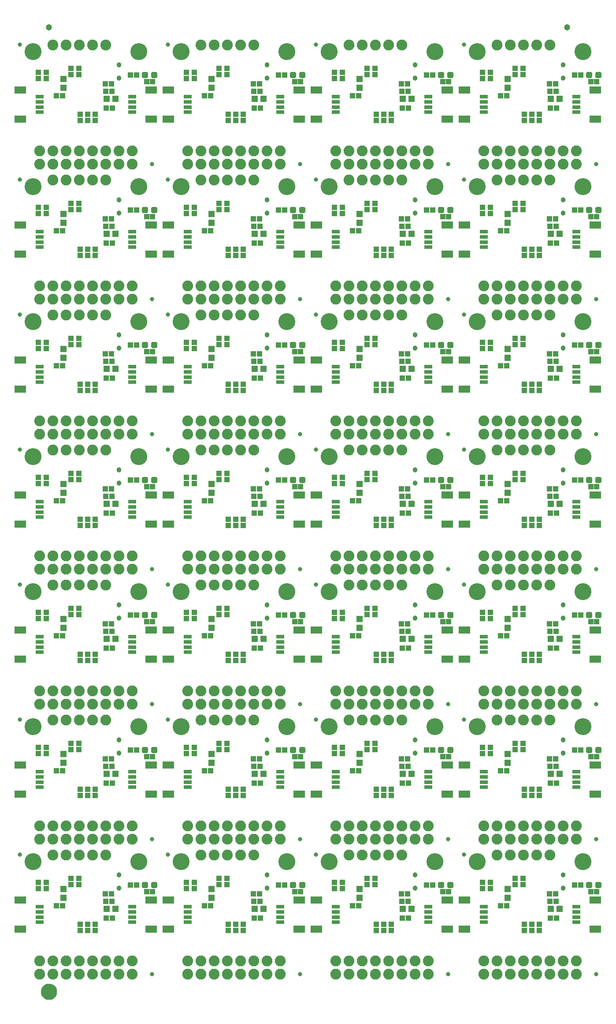
<source format=gbs>
G75*
%MOIN*%
%OFA0B0*%
%FSLAX25Y25*%
%IPPOS*%
%LPD*%
%AMOC8*
5,1,8,0,0,1.08239X$1,22.5*
%
%ADD10R,0.08674X0.05524*%
%ADD11R,0.06115X0.03162*%
%ADD12C,0.08200*%
%ADD13C,0.12800*%
%ADD14C,0.03300*%
%ADD15R,0.04343X0.04146*%
%ADD16R,0.04146X0.04343*%
%ADD17R,0.05131X0.04737*%
%ADD18C,0.01990*%
%ADD19C,0.03800*%
%ADD20R,0.04737X0.05131*%
%ADD21C,0.04737*%
%ADD22C,0.05000*%
%ADD23C,0.06706*%
D10*
X0048873Y0067726D03*
X0048873Y0089774D03*
X0048873Y0169726D03*
X0048873Y0191774D03*
X0048873Y0271726D03*
X0048873Y0293774D03*
X0048873Y0373726D03*
X0048873Y0395774D03*
X0048873Y0475726D03*
X0048873Y0497774D03*
X0048873Y0577726D03*
X0048873Y0599774D03*
X0048873Y0679726D03*
X0048873Y0701774D03*
X0147810Y0701774D03*
X0160873Y0701774D03*
X0160873Y0679726D03*
X0147810Y0679726D03*
X0147810Y0599774D03*
X0160873Y0599774D03*
X0160873Y0577726D03*
X0147810Y0577726D03*
X0147810Y0497774D03*
X0160873Y0497774D03*
X0160873Y0475726D03*
X0147810Y0475726D03*
X0147810Y0395774D03*
X0147810Y0373726D03*
X0160873Y0373726D03*
X0160873Y0395774D03*
X0160873Y0293774D03*
X0147810Y0293774D03*
X0147810Y0271726D03*
X0160873Y0271726D03*
X0160873Y0191774D03*
X0147810Y0191774D03*
X0147810Y0169726D03*
X0160873Y0169726D03*
X0160873Y0089774D03*
X0147810Y0089774D03*
X0147810Y0067726D03*
X0160873Y0067726D03*
X0259810Y0067726D03*
X0272873Y0067726D03*
X0272873Y0089774D03*
X0259810Y0089774D03*
X0259810Y0169726D03*
X0272873Y0169726D03*
X0272873Y0191774D03*
X0259810Y0191774D03*
X0259810Y0271726D03*
X0272873Y0271726D03*
X0272873Y0293774D03*
X0259810Y0293774D03*
X0259810Y0373726D03*
X0259810Y0395774D03*
X0272873Y0395774D03*
X0272873Y0373726D03*
X0272873Y0475726D03*
X0259810Y0475726D03*
X0259810Y0497774D03*
X0272873Y0497774D03*
X0272873Y0577726D03*
X0259810Y0577726D03*
X0259810Y0599774D03*
X0272873Y0599774D03*
X0272873Y0679726D03*
X0259810Y0679726D03*
X0259810Y0701774D03*
X0272873Y0701774D03*
X0371810Y0701774D03*
X0384873Y0701774D03*
X0384873Y0679726D03*
X0371810Y0679726D03*
X0371810Y0599774D03*
X0384873Y0599774D03*
X0384873Y0577726D03*
X0371810Y0577726D03*
X0371810Y0497774D03*
X0384873Y0497774D03*
X0384873Y0475726D03*
X0371810Y0475726D03*
X0371810Y0395774D03*
X0384873Y0395774D03*
X0384873Y0373726D03*
X0371810Y0373726D03*
X0371810Y0293774D03*
X0384873Y0293774D03*
X0384873Y0271726D03*
X0371810Y0271726D03*
X0371810Y0191774D03*
X0384873Y0191774D03*
X0384873Y0169726D03*
X0371810Y0169726D03*
X0371810Y0089774D03*
X0384873Y0089774D03*
X0384873Y0067726D03*
X0371810Y0067726D03*
X0483810Y0067726D03*
X0483810Y0089774D03*
X0483810Y0169726D03*
X0483810Y0191774D03*
X0483810Y0271726D03*
X0483810Y0293774D03*
X0483810Y0373726D03*
X0483810Y0395774D03*
X0483810Y0475726D03*
X0483810Y0497774D03*
X0483810Y0577726D03*
X0483810Y0599774D03*
X0483810Y0679726D03*
X0483810Y0701774D03*
D11*
X0469342Y0696656D03*
X0469342Y0692719D03*
X0469342Y0688781D03*
X0469342Y0684844D03*
X0469342Y0594656D03*
X0469342Y0590719D03*
X0469342Y0586781D03*
X0469342Y0582844D03*
X0399342Y0582844D03*
X0399342Y0586781D03*
X0399342Y0590719D03*
X0399342Y0594656D03*
X0357342Y0594656D03*
X0357342Y0590719D03*
X0357342Y0586781D03*
X0357342Y0582844D03*
X0287342Y0582844D03*
X0287342Y0586781D03*
X0287342Y0590719D03*
X0287342Y0594656D03*
X0245342Y0594656D03*
X0245342Y0590719D03*
X0245342Y0586781D03*
X0245342Y0582844D03*
X0175342Y0582844D03*
X0175342Y0586781D03*
X0175342Y0590719D03*
X0175342Y0594656D03*
X0133342Y0594656D03*
X0133342Y0590719D03*
X0133342Y0586781D03*
X0133342Y0582844D03*
X0063342Y0582844D03*
X0063342Y0586781D03*
X0063342Y0590719D03*
X0063342Y0594656D03*
X0063342Y0684844D03*
X0063342Y0688781D03*
X0063342Y0692719D03*
X0063342Y0696656D03*
X0133342Y0696656D03*
X0133342Y0692719D03*
X0133342Y0688781D03*
X0133342Y0684844D03*
X0175342Y0684844D03*
X0175342Y0688781D03*
X0175342Y0692719D03*
X0175342Y0696656D03*
X0245342Y0696656D03*
X0245342Y0692719D03*
X0245342Y0688781D03*
X0245342Y0684844D03*
X0287342Y0684844D03*
X0287342Y0688781D03*
X0287342Y0692719D03*
X0287342Y0696656D03*
X0357342Y0696656D03*
X0357342Y0692719D03*
X0357342Y0688781D03*
X0357342Y0684844D03*
X0399342Y0684844D03*
X0399342Y0688781D03*
X0399342Y0692719D03*
X0399342Y0696656D03*
X0399342Y0492656D03*
X0399342Y0488719D03*
X0399342Y0484781D03*
X0399342Y0480844D03*
X0357342Y0480844D03*
X0357342Y0484781D03*
X0357342Y0488719D03*
X0357342Y0492656D03*
X0287342Y0492656D03*
X0287342Y0488719D03*
X0287342Y0484781D03*
X0287342Y0480844D03*
X0245342Y0480844D03*
X0245342Y0484781D03*
X0245342Y0488719D03*
X0245342Y0492656D03*
X0175342Y0492656D03*
X0175342Y0488719D03*
X0175342Y0484781D03*
X0175342Y0480844D03*
X0133342Y0480844D03*
X0133342Y0484781D03*
X0133342Y0488719D03*
X0133342Y0492656D03*
X0063342Y0492656D03*
X0063342Y0488719D03*
X0063342Y0484781D03*
X0063342Y0480844D03*
X0063342Y0390656D03*
X0063342Y0386719D03*
X0063342Y0382781D03*
X0063342Y0378844D03*
X0063342Y0288656D03*
X0063342Y0284719D03*
X0063342Y0280781D03*
X0063342Y0276844D03*
X0063342Y0186656D03*
X0063342Y0182719D03*
X0063342Y0178781D03*
X0063342Y0174844D03*
X0063342Y0084656D03*
X0063342Y0080719D03*
X0063342Y0076781D03*
X0063342Y0072844D03*
X0133342Y0072844D03*
X0133342Y0076781D03*
X0133342Y0080719D03*
X0133342Y0084656D03*
X0175342Y0084656D03*
X0175342Y0080719D03*
X0175342Y0076781D03*
X0175342Y0072844D03*
X0245342Y0072844D03*
X0245342Y0076781D03*
X0245342Y0080719D03*
X0245342Y0084656D03*
X0287342Y0084656D03*
X0287342Y0080719D03*
X0287342Y0076781D03*
X0287342Y0072844D03*
X0357342Y0072844D03*
X0357342Y0076781D03*
X0357342Y0080719D03*
X0357342Y0084656D03*
X0399342Y0084656D03*
X0399342Y0080719D03*
X0399342Y0076781D03*
X0399342Y0072844D03*
X0469342Y0072844D03*
X0469342Y0076781D03*
X0469342Y0080719D03*
X0469342Y0084656D03*
X0469342Y0174844D03*
X0469342Y0178781D03*
X0469342Y0182719D03*
X0469342Y0186656D03*
X0469342Y0276844D03*
X0469342Y0280781D03*
X0469342Y0284719D03*
X0469342Y0288656D03*
X0469342Y0378844D03*
X0469342Y0382781D03*
X0469342Y0386719D03*
X0469342Y0390656D03*
X0469342Y0480844D03*
X0469342Y0484781D03*
X0469342Y0488719D03*
X0469342Y0492656D03*
X0399342Y0390656D03*
X0399342Y0386719D03*
X0399342Y0382781D03*
X0399342Y0378844D03*
X0357342Y0378844D03*
X0357342Y0382781D03*
X0357342Y0386719D03*
X0357342Y0390656D03*
X0287342Y0390656D03*
X0287342Y0386719D03*
X0287342Y0382781D03*
X0287342Y0378844D03*
X0245342Y0378844D03*
X0245342Y0382781D03*
X0245342Y0386719D03*
X0245342Y0390656D03*
X0175342Y0390656D03*
X0175342Y0386719D03*
X0175342Y0382781D03*
X0175342Y0378844D03*
X0133342Y0378844D03*
X0133342Y0382781D03*
X0133342Y0386719D03*
X0133342Y0390656D03*
X0133342Y0288656D03*
X0133342Y0284719D03*
X0133342Y0280781D03*
X0133342Y0276844D03*
X0175342Y0276844D03*
X0175342Y0280781D03*
X0175342Y0284719D03*
X0175342Y0288656D03*
X0245342Y0288656D03*
X0245342Y0284719D03*
X0245342Y0280781D03*
X0245342Y0276844D03*
X0287342Y0276844D03*
X0287342Y0280781D03*
X0287342Y0284719D03*
X0287342Y0288656D03*
X0357342Y0288656D03*
X0357342Y0284719D03*
X0357342Y0280781D03*
X0357342Y0276844D03*
X0399342Y0276844D03*
X0399342Y0280781D03*
X0399342Y0284719D03*
X0399342Y0288656D03*
X0399342Y0186656D03*
X0399342Y0182719D03*
X0399342Y0178781D03*
X0399342Y0174844D03*
X0357342Y0174844D03*
X0357342Y0178781D03*
X0357342Y0182719D03*
X0357342Y0186656D03*
X0287342Y0186656D03*
X0287342Y0182719D03*
X0287342Y0178781D03*
X0287342Y0174844D03*
X0245342Y0174844D03*
X0245342Y0178781D03*
X0245342Y0182719D03*
X0245342Y0186656D03*
X0175342Y0186656D03*
X0175342Y0182719D03*
X0175342Y0178781D03*
X0175342Y0174844D03*
X0133342Y0174844D03*
X0133342Y0178781D03*
X0133342Y0182719D03*
X0133342Y0186656D03*
D12*
X0113342Y0225750D03*
X0103342Y0225750D03*
X0093342Y0225750D03*
X0083342Y0225750D03*
X0073342Y0225750D03*
X0073342Y0237750D03*
X0073342Y0247750D03*
X0083342Y0247750D03*
X0093342Y0247750D03*
X0093342Y0237750D03*
X0083342Y0237750D03*
X0103342Y0237750D03*
X0103342Y0247750D03*
X0113342Y0247750D03*
X0123342Y0247750D03*
X0123342Y0237750D03*
X0113342Y0237750D03*
X0133342Y0237750D03*
X0133342Y0247750D03*
X0175342Y0247750D03*
X0175342Y0237750D03*
X0185342Y0237750D03*
X0195342Y0237750D03*
X0195342Y0247750D03*
X0185342Y0247750D03*
X0205342Y0247750D03*
X0205342Y0237750D03*
X0215342Y0237750D03*
X0215342Y0247750D03*
X0225342Y0247750D03*
X0235342Y0247750D03*
X0235342Y0237750D03*
X0225342Y0237750D03*
X0225342Y0225750D03*
X0215342Y0225750D03*
X0205342Y0225750D03*
X0195342Y0225750D03*
X0185342Y0225750D03*
X0185342Y0145750D03*
X0195342Y0145750D03*
X0205342Y0145750D03*
X0215342Y0145750D03*
X0225342Y0145750D03*
X0235342Y0145750D03*
X0245342Y0145750D03*
X0245342Y0135750D03*
X0235342Y0135750D03*
X0225342Y0135750D03*
X0225342Y0123750D03*
X0215342Y0123750D03*
X0215342Y0135750D03*
X0205342Y0135750D03*
X0205342Y0123750D03*
X0195342Y0123750D03*
X0185342Y0123750D03*
X0185342Y0135750D03*
X0195342Y0135750D03*
X0175342Y0135750D03*
X0175342Y0145750D03*
X0133342Y0145750D03*
X0133342Y0135750D03*
X0123342Y0135750D03*
X0113342Y0135750D03*
X0113342Y0123750D03*
X0103342Y0123750D03*
X0103342Y0135750D03*
X0103342Y0145750D03*
X0113342Y0145750D03*
X0123342Y0145750D03*
X0093342Y0145750D03*
X0083342Y0145750D03*
X0083342Y0135750D03*
X0093342Y0135750D03*
X0093342Y0123750D03*
X0083342Y0123750D03*
X0073342Y0123750D03*
X0073342Y0135750D03*
X0073342Y0145750D03*
X0063342Y0145750D03*
X0063342Y0135750D03*
X0063342Y0043750D03*
X0063342Y0033750D03*
X0073342Y0033750D03*
X0073342Y0043750D03*
X0083342Y0043750D03*
X0093342Y0043750D03*
X0093342Y0033750D03*
X0083342Y0033750D03*
X0103342Y0033750D03*
X0103342Y0043750D03*
X0113342Y0043750D03*
X0123342Y0043750D03*
X0123342Y0033750D03*
X0113342Y0033750D03*
X0133342Y0033750D03*
X0133342Y0043750D03*
X0175342Y0043750D03*
X0175342Y0033750D03*
X0185342Y0033750D03*
X0195342Y0033750D03*
X0195342Y0043750D03*
X0185342Y0043750D03*
X0205342Y0043750D03*
X0205342Y0033750D03*
X0215342Y0033750D03*
X0215342Y0043750D03*
X0225342Y0043750D03*
X0235342Y0043750D03*
X0235342Y0033750D03*
X0225342Y0033750D03*
X0245342Y0033750D03*
X0245342Y0043750D03*
X0287342Y0043750D03*
X0287342Y0033750D03*
X0297342Y0033750D03*
X0307342Y0033750D03*
X0307342Y0043750D03*
X0297342Y0043750D03*
X0317342Y0043750D03*
X0317342Y0033750D03*
X0327342Y0033750D03*
X0337342Y0033750D03*
X0337342Y0043750D03*
X0327342Y0043750D03*
X0347342Y0043750D03*
X0347342Y0033750D03*
X0357342Y0033750D03*
X0357342Y0043750D03*
X0399342Y0043750D03*
X0399342Y0033750D03*
X0409342Y0033750D03*
X0419342Y0033750D03*
X0419342Y0043750D03*
X0409342Y0043750D03*
X0429342Y0043750D03*
X0429342Y0033750D03*
X0439342Y0033750D03*
X0449342Y0033750D03*
X0449342Y0043750D03*
X0439342Y0043750D03*
X0459342Y0043750D03*
X0459342Y0033750D03*
X0469342Y0033750D03*
X0469342Y0043750D03*
X0449342Y0123750D03*
X0439342Y0123750D03*
X0439342Y0135750D03*
X0449342Y0135750D03*
X0459342Y0135750D03*
X0469342Y0135750D03*
X0469342Y0145750D03*
X0459342Y0145750D03*
X0449342Y0145750D03*
X0439342Y0145750D03*
X0429342Y0145750D03*
X0429342Y0135750D03*
X0429342Y0123750D03*
X0419342Y0123750D03*
X0409342Y0123750D03*
X0409342Y0135750D03*
X0419342Y0135750D03*
X0419342Y0145750D03*
X0409342Y0145750D03*
X0399342Y0145750D03*
X0399342Y0135750D03*
X0357342Y0135750D03*
X0357342Y0145750D03*
X0347342Y0145750D03*
X0347342Y0135750D03*
X0337342Y0135750D03*
X0327342Y0135750D03*
X0327342Y0123750D03*
X0337342Y0123750D03*
X0317342Y0123750D03*
X0317342Y0135750D03*
X0317342Y0145750D03*
X0327342Y0145750D03*
X0337342Y0145750D03*
X0307342Y0145750D03*
X0297342Y0145750D03*
X0297342Y0135750D03*
X0307342Y0135750D03*
X0307342Y0123750D03*
X0297342Y0123750D03*
X0287342Y0135750D03*
X0287342Y0145750D03*
X0297342Y0225750D03*
X0307342Y0225750D03*
X0317342Y0225750D03*
X0327342Y0225750D03*
X0337342Y0225750D03*
X0337342Y0237750D03*
X0337342Y0247750D03*
X0327342Y0247750D03*
X0327342Y0237750D03*
X0317342Y0237750D03*
X0317342Y0247750D03*
X0307342Y0247750D03*
X0307342Y0237750D03*
X0297342Y0237750D03*
X0297342Y0247750D03*
X0287342Y0247750D03*
X0287342Y0237750D03*
X0245342Y0237750D03*
X0245342Y0247750D03*
X0225342Y0327750D03*
X0225342Y0339750D03*
X0235342Y0339750D03*
X0245342Y0339750D03*
X0245342Y0349750D03*
X0235342Y0349750D03*
X0225342Y0349750D03*
X0215342Y0349750D03*
X0215342Y0339750D03*
X0215342Y0327750D03*
X0205342Y0327750D03*
X0205342Y0339750D03*
X0205342Y0349750D03*
X0195342Y0349750D03*
X0185342Y0349750D03*
X0185342Y0339750D03*
X0195342Y0339750D03*
X0195342Y0327750D03*
X0185342Y0327750D03*
X0175342Y0339750D03*
X0175342Y0349750D03*
X0133342Y0349750D03*
X0133342Y0339750D03*
X0123342Y0339750D03*
X0113342Y0339750D03*
X0113342Y0327750D03*
X0103342Y0327750D03*
X0103342Y0339750D03*
X0103342Y0349750D03*
X0113342Y0349750D03*
X0123342Y0349750D03*
X0093342Y0349750D03*
X0083342Y0349750D03*
X0083342Y0339750D03*
X0093342Y0339750D03*
X0093342Y0327750D03*
X0083342Y0327750D03*
X0073342Y0327750D03*
X0073342Y0339750D03*
X0073342Y0349750D03*
X0063342Y0349750D03*
X0063342Y0339750D03*
X0063342Y0247750D03*
X0063342Y0237750D03*
X0073342Y0429750D03*
X0073342Y0441750D03*
X0073342Y0451750D03*
X0083342Y0451750D03*
X0093342Y0451750D03*
X0093342Y0441750D03*
X0083342Y0441750D03*
X0083342Y0429750D03*
X0093342Y0429750D03*
X0103342Y0429750D03*
X0103342Y0441750D03*
X0103342Y0451750D03*
X0113342Y0451750D03*
X0123342Y0451750D03*
X0123342Y0441750D03*
X0113342Y0441750D03*
X0113342Y0429750D03*
X0133342Y0441750D03*
X0133342Y0451750D03*
X0175342Y0451750D03*
X0175342Y0441750D03*
X0185342Y0441750D03*
X0195342Y0441750D03*
X0195342Y0451750D03*
X0185342Y0451750D03*
X0185342Y0429750D03*
X0195342Y0429750D03*
X0205342Y0429750D03*
X0205342Y0441750D03*
X0205342Y0451750D03*
X0215342Y0451750D03*
X0215342Y0441750D03*
X0215342Y0429750D03*
X0225342Y0429750D03*
X0225342Y0441750D03*
X0235342Y0441750D03*
X0235342Y0451750D03*
X0225342Y0451750D03*
X0245342Y0451750D03*
X0245342Y0441750D03*
X0287342Y0441750D03*
X0287342Y0451750D03*
X0297342Y0451750D03*
X0307342Y0451750D03*
X0307342Y0441750D03*
X0297342Y0441750D03*
X0297342Y0429750D03*
X0307342Y0429750D03*
X0317342Y0429750D03*
X0317342Y0441750D03*
X0317342Y0451750D03*
X0327342Y0451750D03*
X0337342Y0451750D03*
X0337342Y0441750D03*
X0327342Y0441750D03*
X0327342Y0429750D03*
X0337342Y0429750D03*
X0347342Y0441750D03*
X0347342Y0451750D03*
X0357342Y0451750D03*
X0357342Y0441750D03*
X0399342Y0441750D03*
X0399342Y0451750D03*
X0409342Y0451750D03*
X0419342Y0451750D03*
X0419342Y0441750D03*
X0409342Y0441750D03*
X0409342Y0429750D03*
X0419342Y0429750D03*
X0429342Y0429750D03*
X0429342Y0441750D03*
X0429342Y0451750D03*
X0439342Y0451750D03*
X0449342Y0451750D03*
X0449342Y0441750D03*
X0439342Y0441750D03*
X0439342Y0429750D03*
X0449342Y0429750D03*
X0459342Y0441750D03*
X0459342Y0451750D03*
X0469342Y0451750D03*
X0469342Y0441750D03*
X0469342Y0349750D03*
X0469342Y0339750D03*
X0459342Y0339750D03*
X0459342Y0349750D03*
X0449342Y0349750D03*
X0439342Y0349750D03*
X0439342Y0339750D03*
X0449342Y0339750D03*
X0449342Y0327750D03*
X0439342Y0327750D03*
X0429342Y0327750D03*
X0429342Y0339750D03*
X0429342Y0349750D03*
X0419342Y0349750D03*
X0409342Y0349750D03*
X0409342Y0339750D03*
X0419342Y0339750D03*
X0419342Y0327750D03*
X0409342Y0327750D03*
X0399342Y0339750D03*
X0399342Y0349750D03*
X0357342Y0349750D03*
X0357342Y0339750D03*
X0347342Y0339750D03*
X0347342Y0349750D03*
X0337342Y0349750D03*
X0327342Y0349750D03*
X0327342Y0339750D03*
X0337342Y0339750D03*
X0337342Y0327750D03*
X0327342Y0327750D03*
X0317342Y0327750D03*
X0317342Y0339750D03*
X0317342Y0349750D03*
X0307342Y0349750D03*
X0297342Y0349750D03*
X0297342Y0339750D03*
X0307342Y0339750D03*
X0307342Y0327750D03*
X0297342Y0327750D03*
X0287342Y0339750D03*
X0287342Y0349750D03*
X0347342Y0247750D03*
X0347342Y0237750D03*
X0357342Y0237750D03*
X0357342Y0247750D03*
X0399342Y0247750D03*
X0399342Y0237750D03*
X0409342Y0237750D03*
X0419342Y0237750D03*
X0419342Y0247750D03*
X0409342Y0247750D03*
X0429342Y0247750D03*
X0429342Y0237750D03*
X0439342Y0237750D03*
X0449342Y0237750D03*
X0449342Y0247750D03*
X0439342Y0247750D03*
X0459342Y0247750D03*
X0459342Y0237750D03*
X0469342Y0237750D03*
X0469342Y0247750D03*
X0449342Y0225750D03*
X0439342Y0225750D03*
X0429342Y0225750D03*
X0419342Y0225750D03*
X0409342Y0225750D03*
X0409342Y0531750D03*
X0419342Y0531750D03*
X0429342Y0531750D03*
X0439342Y0531750D03*
X0449342Y0531750D03*
X0449342Y0543750D03*
X0449342Y0553750D03*
X0439342Y0553750D03*
X0439342Y0543750D03*
X0429342Y0543750D03*
X0429342Y0553750D03*
X0419342Y0553750D03*
X0419342Y0543750D03*
X0409342Y0543750D03*
X0409342Y0553750D03*
X0399342Y0553750D03*
X0399342Y0543750D03*
X0357342Y0543750D03*
X0357342Y0553750D03*
X0347342Y0553750D03*
X0347342Y0543750D03*
X0337342Y0543750D03*
X0337342Y0553750D03*
X0327342Y0553750D03*
X0327342Y0543750D03*
X0317342Y0543750D03*
X0317342Y0553750D03*
X0307342Y0553750D03*
X0307342Y0543750D03*
X0297342Y0543750D03*
X0297342Y0553750D03*
X0287342Y0553750D03*
X0287342Y0543750D03*
X0297342Y0531750D03*
X0307342Y0531750D03*
X0317342Y0531750D03*
X0327342Y0531750D03*
X0337342Y0531750D03*
X0337342Y0633750D03*
X0327342Y0633750D03*
X0327342Y0645750D03*
X0337342Y0645750D03*
X0347342Y0645750D03*
X0357342Y0645750D03*
X0357342Y0655750D03*
X0347342Y0655750D03*
X0337342Y0655750D03*
X0327342Y0655750D03*
X0317342Y0655750D03*
X0317342Y0645750D03*
X0317342Y0633750D03*
X0307342Y0633750D03*
X0297342Y0633750D03*
X0297342Y0645750D03*
X0307342Y0645750D03*
X0307342Y0655750D03*
X0297342Y0655750D03*
X0287342Y0655750D03*
X0287342Y0645750D03*
X0245342Y0645750D03*
X0245342Y0655750D03*
X0235342Y0655750D03*
X0225342Y0655750D03*
X0225342Y0645750D03*
X0235342Y0645750D03*
X0225342Y0633750D03*
X0215342Y0633750D03*
X0215342Y0645750D03*
X0215342Y0655750D03*
X0205342Y0655750D03*
X0205342Y0645750D03*
X0205342Y0633750D03*
X0195342Y0633750D03*
X0185342Y0633750D03*
X0185342Y0645750D03*
X0195342Y0645750D03*
X0195342Y0655750D03*
X0185342Y0655750D03*
X0175342Y0655750D03*
X0175342Y0645750D03*
X0133342Y0645750D03*
X0133342Y0655750D03*
X0123342Y0655750D03*
X0113342Y0655750D03*
X0113342Y0645750D03*
X0123342Y0645750D03*
X0113342Y0633750D03*
X0103342Y0633750D03*
X0103342Y0645750D03*
X0103342Y0655750D03*
X0093342Y0655750D03*
X0083342Y0655750D03*
X0083342Y0645750D03*
X0093342Y0645750D03*
X0093342Y0633750D03*
X0083342Y0633750D03*
X0073342Y0633750D03*
X0073342Y0645750D03*
X0073342Y0655750D03*
X0063342Y0655750D03*
X0063342Y0645750D03*
X0073342Y0735750D03*
X0083342Y0735750D03*
X0093342Y0735750D03*
X0103342Y0735750D03*
X0113342Y0735750D03*
X0185342Y0735750D03*
X0195342Y0735750D03*
X0205342Y0735750D03*
X0215342Y0735750D03*
X0225342Y0735750D03*
X0297342Y0735750D03*
X0307342Y0735750D03*
X0317342Y0735750D03*
X0327342Y0735750D03*
X0337342Y0735750D03*
X0399342Y0655750D03*
X0409342Y0655750D03*
X0419342Y0655750D03*
X0429342Y0655750D03*
X0439342Y0655750D03*
X0449342Y0655750D03*
X0459342Y0655750D03*
X0469342Y0655750D03*
X0469342Y0645750D03*
X0459342Y0645750D03*
X0449342Y0645750D03*
X0439342Y0645750D03*
X0439342Y0633750D03*
X0449342Y0633750D03*
X0429342Y0633750D03*
X0429342Y0645750D03*
X0419342Y0645750D03*
X0409342Y0645750D03*
X0409342Y0633750D03*
X0419342Y0633750D03*
X0399342Y0645750D03*
X0409342Y0735750D03*
X0419342Y0735750D03*
X0429342Y0735750D03*
X0439342Y0735750D03*
X0449342Y0735750D03*
X0459342Y0553750D03*
X0459342Y0543750D03*
X0469342Y0543750D03*
X0469342Y0553750D03*
X0245342Y0553750D03*
X0245342Y0543750D03*
X0235342Y0543750D03*
X0235342Y0553750D03*
X0225342Y0553750D03*
X0225342Y0543750D03*
X0215342Y0543750D03*
X0215342Y0553750D03*
X0205342Y0553750D03*
X0205342Y0543750D03*
X0195342Y0543750D03*
X0195342Y0553750D03*
X0185342Y0553750D03*
X0185342Y0543750D03*
X0175342Y0543750D03*
X0175342Y0553750D03*
X0185342Y0531750D03*
X0195342Y0531750D03*
X0205342Y0531750D03*
X0215342Y0531750D03*
X0225342Y0531750D03*
X0133342Y0543750D03*
X0133342Y0553750D03*
X0123342Y0553750D03*
X0123342Y0543750D03*
X0113342Y0543750D03*
X0113342Y0553750D03*
X0103342Y0553750D03*
X0103342Y0543750D03*
X0093342Y0543750D03*
X0093342Y0553750D03*
X0083342Y0553750D03*
X0083342Y0543750D03*
X0073342Y0543750D03*
X0073342Y0553750D03*
X0063342Y0553750D03*
X0063342Y0543750D03*
X0073342Y0531750D03*
X0083342Y0531750D03*
X0093342Y0531750D03*
X0103342Y0531750D03*
X0113342Y0531750D03*
X0063342Y0451750D03*
X0063342Y0441750D03*
D13*
X0058342Y0424750D03*
X0058342Y0322750D03*
X0058342Y0220750D03*
X0058342Y0118750D03*
X0138342Y0118750D03*
X0170342Y0118750D03*
X0170342Y0220750D03*
X0138342Y0220750D03*
X0138342Y0322750D03*
X0170342Y0322750D03*
X0170342Y0424750D03*
X0138342Y0424750D03*
X0138342Y0526750D03*
X0170342Y0526750D03*
X0170342Y0628750D03*
X0138342Y0628750D03*
X0138342Y0730750D03*
X0170342Y0730750D03*
X0250342Y0730750D03*
X0282342Y0730750D03*
X0282342Y0628750D03*
X0250342Y0628750D03*
X0250342Y0526750D03*
X0282342Y0526750D03*
X0282342Y0424750D03*
X0250342Y0424750D03*
X0250342Y0322750D03*
X0282342Y0322750D03*
X0282342Y0220750D03*
X0250342Y0220750D03*
X0250342Y0118750D03*
X0282342Y0118750D03*
X0362342Y0118750D03*
X0394342Y0118750D03*
X0394342Y0220750D03*
X0362342Y0220750D03*
X0362342Y0322750D03*
X0394342Y0322750D03*
X0394342Y0424750D03*
X0362342Y0424750D03*
X0362342Y0526750D03*
X0394342Y0526750D03*
X0394342Y0628750D03*
X0362342Y0628750D03*
X0362342Y0730750D03*
X0394342Y0730750D03*
X0474342Y0730750D03*
X0474342Y0628750D03*
X0474342Y0526750D03*
X0474342Y0424750D03*
X0474342Y0322750D03*
X0474342Y0220750D03*
X0474342Y0118750D03*
X0058342Y0526750D03*
X0058342Y0628750D03*
X0058342Y0730750D03*
D14*
X0048442Y0736050D03*
X0048442Y0634050D03*
X0048442Y0532050D03*
X0048442Y0430050D03*
X0048442Y0328050D03*
X0048442Y0226050D03*
X0048442Y0124050D03*
X0148342Y0135750D03*
X0160442Y0124050D03*
X0148342Y0033750D03*
X0260342Y0033750D03*
X0272442Y0124050D03*
X0260342Y0135750D03*
X0272442Y0226050D03*
X0260342Y0237750D03*
X0272442Y0328050D03*
X0260342Y0339750D03*
X0272442Y0430050D03*
X0260342Y0441750D03*
X0272442Y0532050D03*
X0260342Y0543750D03*
X0272442Y0634050D03*
X0260342Y0645750D03*
X0272442Y0736050D03*
X0372342Y0645750D03*
X0384442Y0634050D03*
X0372342Y0543750D03*
X0384442Y0532050D03*
X0372342Y0441750D03*
X0384442Y0430050D03*
X0372342Y0339750D03*
X0384442Y0328050D03*
X0372342Y0237750D03*
X0384442Y0226050D03*
X0372342Y0135750D03*
X0384442Y0124050D03*
X0372342Y0033750D03*
X0484342Y0033750D03*
X0484342Y0135750D03*
X0484342Y0237750D03*
X0484342Y0339750D03*
X0484342Y0441750D03*
X0484342Y0543750D03*
X0484342Y0645750D03*
X0384442Y0736050D03*
X0160442Y0736050D03*
X0148342Y0645750D03*
X0160442Y0634050D03*
X0148342Y0543750D03*
X0160442Y0532050D03*
X0148342Y0441750D03*
X0160442Y0430050D03*
X0148342Y0339750D03*
X0160442Y0328050D03*
X0148342Y0237750D03*
X0160442Y0226050D03*
D15*
X0174542Y0204933D03*
X0174542Y0200367D03*
X0180342Y0200367D03*
X0180342Y0204933D03*
X0199242Y0203367D03*
X0199242Y0207933D03*
X0205042Y0207933D03*
X0205042Y0203367D03*
X0206242Y0173233D03*
X0206242Y0168667D03*
X0211742Y0168667D03*
X0211742Y0173233D03*
X0217342Y0173233D03*
X0217342Y0168667D03*
X0205042Y0105933D03*
X0205042Y0101367D03*
X0199242Y0101367D03*
X0199242Y0105933D03*
X0180342Y0102933D03*
X0180342Y0098367D03*
X0174542Y0098367D03*
X0174542Y0102933D03*
X0206242Y0071233D03*
X0206242Y0066667D03*
X0211742Y0066667D03*
X0211742Y0071233D03*
X0217342Y0071233D03*
X0217342Y0066667D03*
X0286542Y0098367D03*
X0286542Y0102933D03*
X0292342Y0102933D03*
X0292342Y0098367D03*
X0311242Y0101367D03*
X0311242Y0105933D03*
X0317042Y0105933D03*
X0317042Y0101367D03*
X0318242Y0071233D03*
X0318242Y0066667D03*
X0323742Y0066667D03*
X0323742Y0071233D03*
X0329342Y0071233D03*
X0329342Y0066667D03*
X0398542Y0098367D03*
X0398542Y0102933D03*
X0404342Y0102933D03*
X0404342Y0098367D03*
X0423242Y0101367D03*
X0423242Y0105933D03*
X0429042Y0105933D03*
X0429042Y0101367D03*
X0430242Y0071233D03*
X0430242Y0066667D03*
X0435742Y0066667D03*
X0435742Y0071233D03*
X0441342Y0071233D03*
X0441342Y0066667D03*
X0441342Y0168667D03*
X0441342Y0173233D03*
X0435742Y0173233D03*
X0435742Y0168667D03*
X0430242Y0168667D03*
X0430242Y0173233D03*
X0429042Y0203367D03*
X0429042Y0207933D03*
X0423242Y0207933D03*
X0423242Y0203367D03*
X0404342Y0204933D03*
X0404342Y0200367D03*
X0398542Y0200367D03*
X0398542Y0204933D03*
X0430242Y0270667D03*
X0430242Y0275233D03*
X0435742Y0275233D03*
X0435742Y0270667D03*
X0441342Y0270667D03*
X0441342Y0275233D03*
X0429042Y0305367D03*
X0429042Y0309933D03*
X0423242Y0309933D03*
X0423242Y0305367D03*
X0404342Y0306933D03*
X0404342Y0302367D03*
X0398542Y0302367D03*
X0398542Y0306933D03*
X0430242Y0372667D03*
X0430242Y0377233D03*
X0435742Y0377233D03*
X0435742Y0372667D03*
X0441342Y0372667D03*
X0441342Y0377233D03*
X0429042Y0407367D03*
X0429042Y0411933D03*
X0423242Y0411933D03*
X0423242Y0407367D03*
X0404342Y0408933D03*
X0404342Y0404367D03*
X0398542Y0404367D03*
X0398542Y0408933D03*
X0430242Y0474667D03*
X0430242Y0479233D03*
X0435742Y0479233D03*
X0435742Y0474667D03*
X0441342Y0474667D03*
X0441342Y0479233D03*
X0429042Y0509367D03*
X0429042Y0513933D03*
X0423242Y0513933D03*
X0423242Y0509367D03*
X0404342Y0510933D03*
X0404342Y0506367D03*
X0398542Y0506367D03*
X0398542Y0510933D03*
X0430242Y0576667D03*
X0430242Y0581233D03*
X0435742Y0581233D03*
X0435742Y0576667D03*
X0441342Y0576667D03*
X0441342Y0581233D03*
X0429042Y0611367D03*
X0429042Y0615933D03*
X0423242Y0615933D03*
X0423242Y0611367D03*
X0404342Y0612933D03*
X0404342Y0608367D03*
X0398542Y0608367D03*
X0398542Y0612933D03*
X0430242Y0678667D03*
X0430242Y0683233D03*
X0435742Y0683233D03*
X0435742Y0678667D03*
X0441342Y0678667D03*
X0441342Y0683233D03*
X0429042Y0713367D03*
X0429042Y0717933D03*
X0423242Y0717933D03*
X0423242Y0713367D03*
X0404342Y0714933D03*
X0404342Y0710367D03*
X0398542Y0710367D03*
X0398542Y0714933D03*
X0329342Y0683233D03*
X0329342Y0678667D03*
X0323742Y0678667D03*
X0323742Y0683233D03*
X0318242Y0683233D03*
X0318242Y0678667D03*
X0292342Y0710367D03*
X0292342Y0714933D03*
X0286542Y0714933D03*
X0286542Y0710367D03*
X0311242Y0713367D03*
X0311242Y0717933D03*
X0317042Y0717933D03*
X0317042Y0713367D03*
X0317042Y0615933D03*
X0317042Y0611367D03*
X0311242Y0611367D03*
X0311242Y0615933D03*
X0292342Y0612933D03*
X0292342Y0608367D03*
X0286542Y0608367D03*
X0286542Y0612933D03*
X0318242Y0581233D03*
X0318242Y0576667D03*
X0323742Y0576667D03*
X0323742Y0581233D03*
X0329342Y0581233D03*
X0329342Y0576667D03*
X0317042Y0513933D03*
X0317042Y0509367D03*
X0311242Y0509367D03*
X0311242Y0513933D03*
X0292342Y0510933D03*
X0292342Y0506367D03*
X0286542Y0506367D03*
X0286542Y0510933D03*
X0318242Y0479233D03*
X0318242Y0474667D03*
X0323742Y0474667D03*
X0323742Y0479233D03*
X0329342Y0479233D03*
X0329342Y0474667D03*
X0317042Y0411933D03*
X0317042Y0407367D03*
X0311242Y0407367D03*
X0311242Y0411933D03*
X0292342Y0408933D03*
X0292342Y0404367D03*
X0286542Y0404367D03*
X0286542Y0408933D03*
X0318242Y0377233D03*
X0318242Y0372667D03*
X0323742Y0372667D03*
X0323742Y0377233D03*
X0329342Y0377233D03*
X0329342Y0372667D03*
X0317042Y0309933D03*
X0317042Y0305367D03*
X0311242Y0305367D03*
X0311242Y0309933D03*
X0292342Y0306933D03*
X0292342Y0302367D03*
X0286542Y0302367D03*
X0286542Y0306933D03*
X0318242Y0275233D03*
X0318242Y0270667D03*
X0323742Y0270667D03*
X0323742Y0275233D03*
X0329342Y0275233D03*
X0329342Y0270667D03*
X0317042Y0207933D03*
X0317042Y0203367D03*
X0311242Y0203367D03*
X0311242Y0207933D03*
X0292342Y0204933D03*
X0292342Y0200367D03*
X0286542Y0200367D03*
X0286542Y0204933D03*
X0318242Y0173233D03*
X0318242Y0168667D03*
X0323742Y0168667D03*
X0323742Y0173233D03*
X0329342Y0173233D03*
X0329342Y0168667D03*
X0217342Y0270667D03*
X0217342Y0275233D03*
X0211742Y0275233D03*
X0211742Y0270667D03*
X0206242Y0270667D03*
X0206242Y0275233D03*
X0205042Y0305367D03*
X0205042Y0309933D03*
X0199242Y0309933D03*
X0199242Y0305367D03*
X0180342Y0306933D03*
X0180342Y0302367D03*
X0174542Y0302367D03*
X0174542Y0306933D03*
X0206242Y0372667D03*
X0206242Y0377233D03*
X0211742Y0377233D03*
X0211742Y0372667D03*
X0217342Y0372667D03*
X0217342Y0377233D03*
X0205042Y0407367D03*
X0205042Y0411933D03*
X0199242Y0411933D03*
X0199242Y0407367D03*
X0180342Y0408933D03*
X0180342Y0404367D03*
X0174542Y0404367D03*
X0174542Y0408933D03*
X0206242Y0474667D03*
X0206242Y0479233D03*
X0211742Y0479233D03*
X0211742Y0474667D03*
X0217342Y0474667D03*
X0217342Y0479233D03*
X0205042Y0509367D03*
X0205042Y0513933D03*
X0199242Y0513933D03*
X0199242Y0509367D03*
X0180342Y0510933D03*
X0180342Y0506367D03*
X0174542Y0506367D03*
X0174542Y0510933D03*
X0206242Y0576667D03*
X0206242Y0581233D03*
X0211742Y0581233D03*
X0211742Y0576667D03*
X0217342Y0576667D03*
X0217342Y0581233D03*
X0205042Y0611367D03*
X0205042Y0615933D03*
X0199242Y0615933D03*
X0199242Y0611367D03*
X0180342Y0612933D03*
X0180342Y0608367D03*
X0174542Y0608367D03*
X0174542Y0612933D03*
X0206242Y0678667D03*
X0206242Y0683233D03*
X0211742Y0683233D03*
X0211742Y0678667D03*
X0217342Y0678667D03*
X0217342Y0683233D03*
X0205042Y0713367D03*
X0205042Y0717933D03*
X0199242Y0717933D03*
X0199242Y0713367D03*
X0180342Y0714933D03*
X0180342Y0710367D03*
X0174542Y0710367D03*
X0174542Y0714933D03*
X0105342Y0683233D03*
X0105342Y0678667D03*
X0099742Y0678667D03*
X0099742Y0683233D03*
X0094242Y0683233D03*
X0094242Y0678667D03*
X0068342Y0710367D03*
X0068342Y0714933D03*
X0062542Y0714933D03*
X0062542Y0710367D03*
X0087242Y0713367D03*
X0087242Y0717933D03*
X0093042Y0717933D03*
X0093042Y0713367D03*
X0093042Y0615933D03*
X0093042Y0611367D03*
X0087242Y0611367D03*
X0087242Y0615933D03*
X0068342Y0612933D03*
X0068342Y0608367D03*
X0062542Y0608367D03*
X0062542Y0612933D03*
X0094242Y0581233D03*
X0094242Y0576667D03*
X0099742Y0576667D03*
X0099742Y0581233D03*
X0105342Y0581233D03*
X0105342Y0576667D03*
X0093042Y0513933D03*
X0093042Y0509367D03*
X0087242Y0509367D03*
X0087242Y0513933D03*
X0068342Y0510933D03*
X0068342Y0506367D03*
X0062542Y0506367D03*
X0062542Y0510933D03*
X0094242Y0479233D03*
X0094242Y0474667D03*
X0099742Y0474667D03*
X0099742Y0479233D03*
X0105342Y0479233D03*
X0105342Y0474667D03*
X0093042Y0411933D03*
X0093042Y0407367D03*
X0087242Y0407367D03*
X0087242Y0411933D03*
X0068342Y0408933D03*
X0068342Y0404367D03*
X0062542Y0404367D03*
X0062542Y0408933D03*
X0094242Y0377233D03*
X0094242Y0372667D03*
X0099742Y0372667D03*
X0099742Y0377233D03*
X0105342Y0377233D03*
X0105342Y0372667D03*
X0093042Y0309933D03*
X0093042Y0305367D03*
X0087242Y0305367D03*
X0087242Y0309933D03*
X0068342Y0306933D03*
X0068342Y0302367D03*
X0062542Y0302367D03*
X0062542Y0306933D03*
X0094242Y0275233D03*
X0094242Y0270667D03*
X0099742Y0270667D03*
X0099742Y0275233D03*
X0105342Y0275233D03*
X0105342Y0270667D03*
X0093042Y0207933D03*
X0093042Y0203367D03*
X0087242Y0203367D03*
X0087242Y0207933D03*
X0068342Y0204933D03*
X0068342Y0200367D03*
X0062542Y0200367D03*
X0062542Y0204933D03*
X0094242Y0173233D03*
X0094242Y0168667D03*
X0099742Y0168667D03*
X0099742Y0173233D03*
X0105342Y0173233D03*
X0105342Y0168667D03*
X0093042Y0105933D03*
X0093042Y0101367D03*
X0087242Y0101367D03*
X0087242Y0105933D03*
X0068342Y0102933D03*
X0068342Y0098367D03*
X0062542Y0098367D03*
X0062542Y0102933D03*
X0094242Y0071233D03*
X0094242Y0066667D03*
X0099742Y0066667D03*
X0099742Y0071233D03*
X0105342Y0071233D03*
X0105342Y0066667D03*
D16*
X0113858Y0076150D03*
X0118425Y0076150D03*
X0118025Y0088750D03*
X0113458Y0088750D03*
X0113158Y0094250D03*
X0117725Y0094250D03*
X0132058Y0101050D03*
X0136625Y0101050D03*
X0144358Y0095850D03*
X0148925Y0095850D03*
X0188058Y0085250D03*
X0192625Y0085250D03*
X0225458Y0088750D03*
X0230025Y0088750D03*
X0229725Y0094250D03*
X0225158Y0094250D03*
X0225858Y0076150D03*
X0230425Y0076150D03*
X0244058Y0101050D03*
X0248625Y0101050D03*
X0256358Y0095850D03*
X0260925Y0095850D03*
X0300058Y0085250D03*
X0304625Y0085250D03*
X0337458Y0088750D03*
X0342025Y0088750D03*
X0341725Y0094250D03*
X0337158Y0094250D03*
X0337858Y0076150D03*
X0342425Y0076150D03*
X0356058Y0101050D03*
X0360625Y0101050D03*
X0368358Y0095850D03*
X0372925Y0095850D03*
X0412058Y0085250D03*
X0416625Y0085250D03*
X0449458Y0088750D03*
X0454025Y0088750D03*
X0453725Y0094250D03*
X0449158Y0094250D03*
X0449858Y0076150D03*
X0454425Y0076150D03*
X0468058Y0101050D03*
X0472625Y0101050D03*
X0480358Y0095850D03*
X0484925Y0095850D03*
X0454425Y0178150D03*
X0449858Y0178150D03*
X0449458Y0190750D03*
X0454025Y0190750D03*
X0453725Y0196250D03*
X0449158Y0196250D03*
X0468058Y0203050D03*
X0472625Y0203050D03*
X0480358Y0197850D03*
X0484925Y0197850D03*
X0454425Y0280150D03*
X0449858Y0280150D03*
X0449458Y0292750D03*
X0454025Y0292750D03*
X0453725Y0298250D03*
X0449158Y0298250D03*
X0468058Y0305050D03*
X0472625Y0305050D03*
X0480358Y0299850D03*
X0484925Y0299850D03*
X0454425Y0382150D03*
X0449858Y0382150D03*
X0449458Y0394750D03*
X0454025Y0394750D03*
X0453725Y0400250D03*
X0449158Y0400250D03*
X0468058Y0407050D03*
X0472625Y0407050D03*
X0480358Y0401850D03*
X0484925Y0401850D03*
X0454425Y0484150D03*
X0449858Y0484150D03*
X0449458Y0496750D03*
X0454025Y0496750D03*
X0453725Y0502250D03*
X0449158Y0502250D03*
X0468058Y0509050D03*
X0472625Y0509050D03*
X0480358Y0503850D03*
X0484925Y0503850D03*
X0454425Y0586150D03*
X0449858Y0586150D03*
X0449458Y0598750D03*
X0454025Y0598750D03*
X0453725Y0604250D03*
X0449158Y0604250D03*
X0468058Y0611050D03*
X0472625Y0611050D03*
X0480358Y0605850D03*
X0484925Y0605850D03*
X0416625Y0595250D03*
X0412058Y0595250D03*
X0372925Y0605850D03*
X0368358Y0605850D03*
X0360625Y0611050D03*
X0356058Y0611050D03*
X0341725Y0604250D03*
X0337158Y0604250D03*
X0337458Y0598750D03*
X0342025Y0598750D03*
X0342425Y0586150D03*
X0337858Y0586150D03*
X0304625Y0595250D03*
X0300058Y0595250D03*
X0260925Y0605850D03*
X0256358Y0605850D03*
X0248625Y0611050D03*
X0244058Y0611050D03*
X0229725Y0604250D03*
X0225158Y0604250D03*
X0225458Y0598750D03*
X0230025Y0598750D03*
X0230425Y0586150D03*
X0225858Y0586150D03*
X0192625Y0595250D03*
X0188058Y0595250D03*
X0148925Y0605850D03*
X0144358Y0605850D03*
X0136625Y0611050D03*
X0132058Y0611050D03*
X0117725Y0604250D03*
X0113158Y0604250D03*
X0113458Y0598750D03*
X0118025Y0598750D03*
X0118425Y0586150D03*
X0113858Y0586150D03*
X0080625Y0595250D03*
X0076058Y0595250D03*
X0113158Y0502250D03*
X0117725Y0502250D03*
X0118025Y0496750D03*
X0113458Y0496750D03*
X0113858Y0484150D03*
X0118425Y0484150D03*
X0132058Y0509050D03*
X0136625Y0509050D03*
X0144358Y0503850D03*
X0148925Y0503850D03*
X0188058Y0493250D03*
X0192625Y0493250D03*
X0225458Y0496750D03*
X0230025Y0496750D03*
X0229725Y0502250D03*
X0225158Y0502250D03*
X0225858Y0484150D03*
X0230425Y0484150D03*
X0244058Y0509050D03*
X0248625Y0509050D03*
X0256358Y0503850D03*
X0260925Y0503850D03*
X0300058Y0493250D03*
X0304625Y0493250D03*
X0337458Y0496750D03*
X0342025Y0496750D03*
X0341725Y0502250D03*
X0337158Y0502250D03*
X0337858Y0484150D03*
X0342425Y0484150D03*
X0356058Y0509050D03*
X0360625Y0509050D03*
X0368358Y0503850D03*
X0372925Y0503850D03*
X0412058Y0493250D03*
X0416625Y0493250D03*
X0360625Y0407050D03*
X0356058Y0407050D03*
X0368358Y0401850D03*
X0372925Y0401850D03*
X0341725Y0400250D03*
X0337158Y0400250D03*
X0337458Y0394750D03*
X0342025Y0394750D03*
X0342425Y0382150D03*
X0337858Y0382150D03*
X0304625Y0391250D03*
X0300058Y0391250D03*
X0260925Y0401850D03*
X0256358Y0401850D03*
X0248625Y0407050D03*
X0244058Y0407050D03*
X0229725Y0400250D03*
X0225158Y0400250D03*
X0225458Y0394750D03*
X0230025Y0394750D03*
X0230425Y0382150D03*
X0225858Y0382150D03*
X0192625Y0391250D03*
X0188058Y0391250D03*
X0148925Y0401850D03*
X0144358Y0401850D03*
X0136625Y0407050D03*
X0132058Y0407050D03*
X0117725Y0400250D03*
X0113158Y0400250D03*
X0113458Y0394750D03*
X0118025Y0394750D03*
X0118425Y0382150D03*
X0113858Y0382150D03*
X0080625Y0391250D03*
X0076058Y0391250D03*
X0132058Y0305050D03*
X0136625Y0305050D03*
X0144358Y0299850D03*
X0148925Y0299850D03*
X0117725Y0298250D03*
X0113158Y0298250D03*
X0113458Y0292750D03*
X0118025Y0292750D03*
X0118425Y0280150D03*
X0113858Y0280150D03*
X0080625Y0289250D03*
X0076058Y0289250D03*
X0132058Y0203050D03*
X0136625Y0203050D03*
X0144358Y0197850D03*
X0148925Y0197850D03*
X0117725Y0196250D03*
X0113158Y0196250D03*
X0113458Y0190750D03*
X0118025Y0190750D03*
X0118425Y0178150D03*
X0113858Y0178150D03*
X0080625Y0187250D03*
X0076058Y0187250D03*
X0076058Y0085250D03*
X0080625Y0085250D03*
X0188058Y0187250D03*
X0192625Y0187250D03*
X0225458Y0190750D03*
X0230025Y0190750D03*
X0229725Y0196250D03*
X0225158Y0196250D03*
X0225858Y0178150D03*
X0230425Y0178150D03*
X0244058Y0203050D03*
X0248625Y0203050D03*
X0256358Y0197850D03*
X0260925Y0197850D03*
X0300058Y0187250D03*
X0304625Y0187250D03*
X0337458Y0190750D03*
X0342025Y0190750D03*
X0341725Y0196250D03*
X0337158Y0196250D03*
X0337858Y0178150D03*
X0342425Y0178150D03*
X0356058Y0203050D03*
X0360625Y0203050D03*
X0368358Y0197850D03*
X0372925Y0197850D03*
X0412058Y0187250D03*
X0416625Y0187250D03*
X0416625Y0289250D03*
X0412058Y0289250D03*
X0372925Y0299850D03*
X0368358Y0299850D03*
X0360625Y0305050D03*
X0356058Y0305050D03*
X0341725Y0298250D03*
X0337158Y0298250D03*
X0337458Y0292750D03*
X0342025Y0292750D03*
X0342425Y0280150D03*
X0337858Y0280150D03*
X0304625Y0289250D03*
X0300058Y0289250D03*
X0260925Y0299850D03*
X0256358Y0299850D03*
X0248625Y0305050D03*
X0244058Y0305050D03*
X0229725Y0298250D03*
X0225158Y0298250D03*
X0225458Y0292750D03*
X0230025Y0292750D03*
X0230425Y0280150D03*
X0225858Y0280150D03*
X0192625Y0289250D03*
X0188058Y0289250D03*
X0080625Y0493250D03*
X0076058Y0493250D03*
X0113858Y0688150D03*
X0118425Y0688150D03*
X0118025Y0700750D03*
X0113458Y0700750D03*
X0113158Y0706250D03*
X0117725Y0706250D03*
X0132058Y0713050D03*
X0136625Y0713050D03*
X0144358Y0707850D03*
X0148925Y0707850D03*
X0188058Y0697250D03*
X0192625Y0697250D03*
X0225458Y0700750D03*
X0230025Y0700750D03*
X0229725Y0706250D03*
X0225158Y0706250D03*
X0225858Y0688150D03*
X0230425Y0688150D03*
X0244058Y0713050D03*
X0248625Y0713050D03*
X0256358Y0707850D03*
X0260925Y0707850D03*
X0300058Y0697250D03*
X0304625Y0697250D03*
X0337458Y0700750D03*
X0342025Y0700750D03*
X0341725Y0706250D03*
X0337158Y0706250D03*
X0337858Y0688150D03*
X0342425Y0688150D03*
X0356058Y0713050D03*
X0360625Y0713050D03*
X0368358Y0707850D03*
X0372925Y0707850D03*
X0412058Y0697250D03*
X0416625Y0697250D03*
X0449458Y0700750D03*
X0454025Y0700750D03*
X0453725Y0706250D03*
X0449158Y0706250D03*
X0449858Y0688150D03*
X0454425Y0688150D03*
X0468058Y0713050D03*
X0472625Y0713050D03*
X0480358Y0707850D03*
X0484925Y0707850D03*
X0416625Y0391250D03*
X0412058Y0391250D03*
X0080625Y0697250D03*
X0076058Y0697250D03*
D17*
X0113995Y0694850D03*
X0120688Y0694850D03*
X0120688Y0592850D03*
X0113995Y0592850D03*
X0113995Y0490850D03*
X0120688Y0490850D03*
X0120688Y0388850D03*
X0113995Y0388850D03*
X0113995Y0286850D03*
X0120688Y0286850D03*
X0120688Y0184850D03*
X0113995Y0184850D03*
X0113995Y0082850D03*
X0120688Y0082850D03*
X0225995Y0082850D03*
X0232688Y0082850D03*
X0232688Y0184850D03*
X0225995Y0184850D03*
X0225995Y0286850D03*
X0232688Y0286850D03*
X0232688Y0388850D03*
X0225995Y0388850D03*
X0225995Y0490850D03*
X0232688Y0490850D03*
X0232688Y0592850D03*
X0225995Y0592850D03*
X0225995Y0694850D03*
X0232688Y0694850D03*
X0337995Y0694850D03*
X0344688Y0694850D03*
X0344688Y0592850D03*
X0337995Y0592850D03*
X0337995Y0490850D03*
X0344688Y0490850D03*
X0344688Y0388850D03*
X0337995Y0388850D03*
X0337995Y0286850D03*
X0344688Y0286850D03*
X0344688Y0184850D03*
X0337995Y0184850D03*
X0337995Y0082850D03*
X0344688Y0082850D03*
X0449995Y0082850D03*
X0456688Y0082850D03*
X0456688Y0184850D03*
X0449995Y0184850D03*
X0449995Y0286850D03*
X0456688Y0286850D03*
X0456688Y0388850D03*
X0449995Y0388850D03*
X0449995Y0490850D03*
X0456688Y0490850D03*
X0456688Y0592850D03*
X0449995Y0592850D03*
X0449995Y0694850D03*
X0456688Y0694850D03*
D18*
X0477816Y0711577D02*
X0477816Y0714323D01*
X0480562Y0714323D01*
X0480562Y0711577D01*
X0477816Y0711577D01*
X0477816Y0713467D02*
X0480562Y0713467D01*
X0484722Y0714323D02*
X0484722Y0711577D01*
X0484722Y0714323D02*
X0487468Y0714323D01*
X0487468Y0711577D01*
X0484722Y0711577D01*
X0484722Y0713467D02*
X0487468Y0713467D01*
X0484722Y0612323D02*
X0484722Y0609577D01*
X0484722Y0612323D02*
X0487468Y0612323D01*
X0487468Y0609577D01*
X0484722Y0609577D01*
X0484722Y0611467D02*
X0487468Y0611467D01*
X0477816Y0612323D02*
X0477816Y0609577D01*
X0477816Y0612323D02*
X0480562Y0612323D01*
X0480562Y0609577D01*
X0477816Y0609577D01*
X0477816Y0611467D02*
X0480562Y0611467D01*
X0477816Y0510323D02*
X0477816Y0507577D01*
X0477816Y0510323D02*
X0480562Y0510323D01*
X0480562Y0507577D01*
X0477816Y0507577D01*
X0477816Y0509467D02*
X0480562Y0509467D01*
X0484722Y0510323D02*
X0484722Y0507577D01*
X0484722Y0510323D02*
X0487468Y0510323D01*
X0487468Y0507577D01*
X0484722Y0507577D01*
X0484722Y0509467D02*
X0487468Y0509467D01*
X0484722Y0408323D02*
X0484722Y0405577D01*
X0484722Y0408323D02*
X0487468Y0408323D01*
X0487468Y0405577D01*
X0484722Y0405577D01*
X0484722Y0407467D02*
X0487468Y0407467D01*
X0477816Y0408323D02*
X0477816Y0405577D01*
X0477816Y0408323D02*
X0480562Y0408323D01*
X0480562Y0405577D01*
X0477816Y0405577D01*
X0477816Y0407467D02*
X0480562Y0407467D01*
X0477816Y0306323D02*
X0477816Y0303577D01*
X0477816Y0306323D02*
X0480562Y0306323D01*
X0480562Y0303577D01*
X0477816Y0303577D01*
X0477816Y0305467D02*
X0480562Y0305467D01*
X0484722Y0306323D02*
X0484722Y0303577D01*
X0484722Y0306323D02*
X0487468Y0306323D01*
X0487468Y0303577D01*
X0484722Y0303577D01*
X0484722Y0305467D02*
X0487468Y0305467D01*
X0484722Y0204323D02*
X0484722Y0201577D01*
X0484722Y0204323D02*
X0487468Y0204323D01*
X0487468Y0201577D01*
X0484722Y0201577D01*
X0484722Y0203467D02*
X0487468Y0203467D01*
X0477816Y0204323D02*
X0477816Y0201577D01*
X0477816Y0204323D02*
X0480562Y0204323D01*
X0480562Y0201577D01*
X0477816Y0201577D01*
X0477816Y0203467D02*
X0480562Y0203467D01*
X0477816Y0102323D02*
X0477816Y0099577D01*
X0477816Y0102323D02*
X0480562Y0102323D01*
X0480562Y0099577D01*
X0477816Y0099577D01*
X0477816Y0101467D02*
X0480562Y0101467D01*
X0484722Y0102323D02*
X0484722Y0099577D01*
X0484722Y0102323D02*
X0487468Y0102323D01*
X0487468Y0099577D01*
X0484722Y0099577D01*
X0484722Y0101467D02*
X0487468Y0101467D01*
X0372722Y0102323D02*
X0372722Y0099577D01*
X0372722Y0102323D02*
X0375468Y0102323D01*
X0375468Y0099577D01*
X0372722Y0099577D01*
X0372722Y0101467D02*
X0375468Y0101467D01*
X0365816Y0102323D02*
X0365816Y0099577D01*
X0365816Y0102323D02*
X0368562Y0102323D01*
X0368562Y0099577D01*
X0365816Y0099577D01*
X0365816Y0101467D02*
X0368562Y0101467D01*
X0365816Y0201577D02*
X0365816Y0204323D01*
X0368562Y0204323D01*
X0368562Y0201577D01*
X0365816Y0201577D01*
X0365816Y0203467D02*
X0368562Y0203467D01*
X0372722Y0204323D02*
X0372722Y0201577D01*
X0372722Y0204323D02*
X0375468Y0204323D01*
X0375468Y0201577D01*
X0372722Y0201577D01*
X0372722Y0203467D02*
X0375468Y0203467D01*
X0372722Y0303577D02*
X0372722Y0306323D01*
X0375468Y0306323D01*
X0375468Y0303577D01*
X0372722Y0303577D01*
X0372722Y0305467D02*
X0375468Y0305467D01*
X0365816Y0306323D02*
X0365816Y0303577D01*
X0365816Y0306323D02*
X0368562Y0306323D01*
X0368562Y0303577D01*
X0365816Y0303577D01*
X0365816Y0305467D02*
X0368562Y0305467D01*
X0365816Y0405577D02*
X0365816Y0408323D01*
X0368562Y0408323D01*
X0368562Y0405577D01*
X0365816Y0405577D01*
X0365816Y0407467D02*
X0368562Y0407467D01*
X0372722Y0408323D02*
X0372722Y0405577D01*
X0372722Y0408323D02*
X0375468Y0408323D01*
X0375468Y0405577D01*
X0372722Y0405577D01*
X0372722Y0407467D02*
X0375468Y0407467D01*
X0372722Y0507577D02*
X0372722Y0510323D01*
X0375468Y0510323D01*
X0375468Y0507577D01*
X0372722Y0507577D01*
X0372722Y0509467D02*
X0375468Y0509467D01*
X0365816Y0510323D02*
X0365816Y0507577D01*
X0365816Y0510323D02*
X0368562Y0510323D01*
X0368562Y0507577D01*
X0365816Y0507577D01*
X0365816Y0509467D02*
X0368562Y0509467D01*
X0365816Y0609577D02*
X0365816Y0612323D01*
X0368562Y0612323D01*
X0368562Y0609577D01*
X0365816Y0609577D01*
X0365816Y0611467D02*
X0368562Y0611467D01*
X0372722Y0612323D02*
X0372722Y0609577D01*
X0372722Y0612323D02*
X0375468Y0612323D01*
X0375468Y0609577D01*
X0372722Y0609577D01*
X0372722Y0611467D02*
X0375468Y0611467D01*
X0372722Y0711577D02*
X0372722Y0714323D01*
X0375468Y0714323D01*
X0375468Y0711577D01*
X0372722Y0711577D01*
X0372722Y0713467D02*
X0375468Y0713467D01*
X0365816Y0714323D02*
X0365816Y0711577D01*
X0365816Y0714323D02*
X0368562Y0714323D01*
X0368562Y0711577D01*
X0365816Y0711577D01*
X0365816Y0713467D02*
X0368562Y0713467D01*
X0260722Y0714323D02*
X0260722Y0711577D01*
X0260722Y0714323D02*
X0263468Y0714323D01*
X0263468Y0711577D01*
X0260722Y0711577D01*
X0260722Y0713467D02*
X0263468Y0713467D01*
X0253816Y0714323D02*
X0253816Y0711577D01*
X0253816Y0714323D02*
X0256562Y0714323D01*
X0256562Y0711577D01*
X0253816Y0711577D01*
X0253816Y0713467D02*
X0256562Y0713467D01*
X0253816Y0612323D02*
X0253816Y0609577D01*
X0253816Y0612323D02*
X0256562Y0612323D01*
X0256562Y0609577D01*
X0253816Y0609577D01*
X0253816Y0611467D02*
X0256562Y0611467D01*
X0260722Y0612323D02*
X0260722Y0609577D01*
X0260722Y0612323D02*
X0263468Y0612323D01*
X0263468Y0609577D01*
X0260722Y0609577D01*
X0260722Y0611467D02*
X0263468Y0611467D01*
X0260722Y0510323D02*
X0260722Y0507577D01*
X0260722Y0510323D02*
X0263468Y0510323D01*
X0263468Y0507577D01*
X0260722Y0507577D01*
X0260722Y0509467D02*
X0263468Y0509467D01*
X0253816Y0510323D02*
X0253816Y0507577D01*
X0253816Y0510323D02*
X0256562Y0510323D01*
X0256562Y0507577D01*
X0253816Y0507577D01*
X0253816Y0509467D02*
X0256562Y0509467D01*
X0253816Y0408323D02*
X0253816Y0405577D01*
X0253816Y0408323D02*
X0256562Y0408323D01*
X0256562Y0405577D01*
X0253816Y0405577D01*
X0253816Y0407467D02*
X0256562Y0407467D01*
X0260722Y0408323D02*
X0260722Y0405577D01*
X0260722Y0408323D02*
X0263468Y0408323D01*
X0263468Y0405577D01*
X0260722Y0405577D01*
X0260722Y0407467D02*
X0263468Y0407467D01*
X0260722Y0306323D02*
X0260722Y0303577D01*
X0260722Y0306323D02*
X0263468Y0306323D01*
X0263468Y0303577D01*
X0260722Y0303577D01*
X0260722Y0305467D02*
X0263468Y0305467D01*
X0253816Y0306323D02*
X0253816Y0303577D01*
X0253816Y0306323D02*
X0256562Y0306323D01*
X0256562Y0303577D01*
X0253816Y0303577D01*
X0253816Y0305467D02*
X0256562Y0305467D01*
X0253816Y0204323D02*
X0253816Y0201577D01*
X0253816Y0204323D02*
X0256562Y0204323D01*
X0256562Y0201577D01*
X0253816Y0201577D01*
X0253816Y0203467D02*
X0256562Y0203467D01*
X0260722Y0204323D02*
X0260722Y0201577D01*
X0260722Y0204323D02*
X0263468Y0204323D01*
X0263468Y0201577D01*
X0260722Y0201577D01*
X0260722Y0203467D02*
X0263468Y0203467D01*
X0260722Y0102323D02*
X0260722Y0099577D01*
X0260722Y0102323D02*
X0263468Y0102323D01*
X0263468Y0099577D01*
X0260722Y0099577D01*
X0260722Y0101467D02*
X0263468Y0101467D01*
X0253816Y0102323D02*
X0253816Y0099577D01*
X0253816Y0102323D02*
X0256562Y0102323D01*
X0256562Y0099577D01*
X0253816Y0099577D01*
X0253816Y0101467D02*
X0256562Y0101467D01*
X0148722Y0102323D02*
X0148722Y0099577D01*
X0148722Y0102323D02*
X0151468Y0102323D01*
X0151468Y0099577D01*
X0148722Y0099577D01*
X0148722Y0101467D02*
X0151468Y0101467D01*
X0141816Y0102323D02*
X0141816Y0099577D01*
X0141816Y0102323D02*
X0144562Y0102323D01*
X0144562Y0099577D01*
X0141816Y0099577D01*
X0141816Y0101467D02*
X0144562Y0101467D01*
X0141816Y0201577D02*
X0141816Y0204323D01*
X0144562Y0204323D01*
X0144562Y0201577D01*
X0141816Y0201577D01*
X0141816Y0203467D02*
X0144562Y0203467D01*
X0148722Y0204323D02*
X0148722Y0201577D01*
X0148722Y0204323D02*
X0151468Y0204323D01*
X0151468Y0201577D01*
X0148722Y0201577D01*
X0148722Y0203467D02*
X0151468Y0203467D01*
X0148722Y0303577D02*
X0148722Y0306323D01*
X0151468Y0306323D01*
X0151468Y0303577D01*
X0148722Y0303577D01*
X0148722Y0305467D02*
X0151468Y0305467D01*
X0141816Y0306323D02*
X0141816Y0303577D01*
X0141816Y0306323D02*
X0144562Y0306323D01*
X0144562Y0303577D01*
X0141816Y0303577D01*
X0141816Y0305467D02*
X0144562Y0305467D01*
X0141816Y0405577D02*
X0141816Y0408323D01*
X0144562Y0408323D01*
X0144562Y0405577D01*
X0141816Y0405577D01*
X0141816Y0407467D02*
X0144562Y0407467D01*
X0148722Y0408323D02*
X0148722Y0405577D01*
X0148722Y0408323D02*
X0151468Y0408323D01*
X0151468Y0405577D01*
X0148722Y0405577D01*
X0148722Y0407467D02*
X0151468Y0407467D01*
X0148722Y0507577D02*
X0148722Y0510323D01*
X0151468Y0510323D01*
X0151468Y0507577D01*
X0148722Y0507577D01*
X0148722Y0509467D02*
X0151468Y0509467D01*
X0141816Y0510323D02*
X0141816Y0507577D01*
X0141816Y0510323D02*
X0144562Y0510323D01*
X0144562Y0507577D01*
X0141816Y0507577D01*
X0141816Y0509467D02*
X0144562Y0509467D01*
X0141816Y0609577D02*
X0141816Y0612323D01*
X0144562Y0612323D01*
X0144562Y0609577D01*
X0141816Y0609577D01*
X0141816Y0611467D02*
X0144562Y0611467D01*
X0148722Y0612323D02*
X0148722Y0609577D01*
X0148722Y0612323D02*
X0151468Y0612323D01*
X0151468Y0609577D01*
X0148722Y0609577D01*
X0148722Y0611467D02*
X0151468Y0611467D01*
X0148722Y0711577D02*
X0148722Y0714323D01*
X0151468Y0714323D01*
X0151468Y0711577D01*
X0148722Y0711577D01*
X0148722Y0713467D02*
X0151468Y0713467D01*
X0141816Y0714323D02*
X0141816Y0711577D01*
X0141816Y0714323D02*
X0144562Y0714323D01*
X0144562Y0711577D01*
X0141816Y0711577D01*
X0141816Y0713467D02*
X0144562Y0713467D01*
D19*
X0123342Y0710750D03*
X0123342Y0720750D03*
X0123342Y0618750D03*
X0123342Y0608750D03*
X0123342Y0516750D03*
X0123342Y0506750D03*
X0123342Y0414750D03*
X0123342Y0404750D03*
X0123342Y0312750D03*
X0123342Y0302750D03*
X0123342Y0210750D03*
X0123342Y0200750D03*
X0123342Y0108750D03*
X0123342Y0098750D03*
X0235342Y0098750D03*
X0235342Y0108750D03*
X0235342Y0200750D03*
X0235342Y0210750D03*
X0235342Y0302750D03*
X0235342Y0312750D03*
X0235342Y0404750D03*
X0235342Y0414750D03*
X0235342Y0506750D03*
X0235342Y0516750D03*
X0235342Y0608750D03*
X0235342Y0618750D03*
X0235342Y0710750D03*
X0235342Y0720750D03*
X0347342Y0720750D03*
X0347342Y0710750D03*
X0347342Y0618750D03*
X0347342Y0608750D03*
X0347342Y0516750D03*
X0347342Y0506750D03*
X0347342Y0414750D03*
X0347342Y0404750D03*
X0347342Y0312750D03*
X0347342Y0302750D03*
X0347342Y0210750D03*
X0347342Y0200750D03*
X0347342Y0108750D03*
X0347342Y0098750D03*
X0459342Y0098750D03*
X0459342Y0108750D03*
X0459342Y0200750D03*
X0459342Y0210750D03*
X0459342Y0302750D03*
X0459342Y0312750D03*
X0459342Y0404750D03*
X0459342Y0414750D03*
X0459342Y0506750D03*
X0459342Y0516750D03*
X0459342Y0608750D03*
X0459342Y0618750D03*
X0459342Y0710750D03*
X0459342Y0720750D03*
D20*
X0417342Y0710096D03*
X0417342Y0703404D03*
X0417342Y0608096D03*
X0417342Y0601404D03*
X0417342Y0506096D03*
X0417342Y0499404D03*
X0417342Y0404096D03*
X0417342Y0397404D03*
X0417342Y0302096D03*
X0417342Y0295404D03*
X0417342Y0200096D03*
X0417342Y0193404D03*
X0417342Y0098096D03*
X0417342Y0091404D03*
X0305342Y0091404D03*
X0305342Y0098096D03*
X0305342Y0193404D03*
X0305342Y0200096D03*
X0305342Y0295404D03*
X0305342Y0302096D03*
X0305342Y0397404D03*
X0305342Y0404096D03*
X0305342Y0499404D03*
X0305342Y0506096D03*
X0305342Y0601404D03*
X0305342Y0608096D03*
X0305342Y0703404D03*
X0305342Y0710096D03*
X0193342Y0710096D03*
X0193342Y0703404D03*
X0193342Y0608096D03*
X0193342Y0601404D03*
X0193342Y0506096D03*
X0193342Y0499404D03*
X0193342Y0404096D03*
X0193342Y0397404D03*
X0193342Y0302096D03*
X0193342Y0295404D03*
X0193342Y0200096D03*
X0193342Y0193404D03*
X0193342Y0098096D03*
X0193342Y0091404D03*
X0081342Y0091404D03*
X0081342Y0098096D03*
X0081342Y0193404D03*
X0081342Y0200096D03*
X0081342Y0295404D03*
X0081342Y0302096D03*
X0081342Y0397404D03*
X0081342Y0404096D03*
X0081342Y0499404D03*
X0081342Y0506096D03*
X0081342Y0601404D03*
X0081342Y0608096D03*
X0081342Y0703404D03*
X0081342Y0710096D03*
D21*
X0070342Y0749000D03*
X0462342Y0749000D03*
D22*
X0066777Y0020500D02*
X0066779Y0020619D01*
X0066785Y0020738D01*
X0066795Y0020857D01*
X0066809Y0020975D01*
X0066827Y0021093D01*
X0066848Y0021210D01*
X0066874Y0021326D01*
X0066904Y0021442D01*
X0066937Y0021556D01*
X0066974Y0021669D01*
X0067015Y0021781D01*
X0067060Y0021892D01*
X0067108Y0022001D01*
X0067160Y0022108D01*
X0067216Y0022213D01*
X0067275Y0022317D01*
X0067337Y0022418D01*
X0067403Y0022518D01*
X0067472Y0022615D01*
X0067544Y0022709D01*
X0067620Y0022802D01*
X0067698Y0022891D01*
X0067779Y0022978D01*
X0067864Y0023063D01*
X0067951Y0023144D01*
X0068040Y0023222D01*
X0068133Y0023298D01*
X0068227Y0023370D01*
X0068324Y0023439D01*
X0068424Y0023505D01*
X0068525Y0023567D01*
X0068629Y0023626D01*
X0068734Y0023682D01*
X0068841Y0023734D01*
X0068950Y0023782D01*
X0069061Y0023827D01*
X0069173Y0023868D01*
X0069286Y0023905D01*
X0069400Y0023938D01*
X0069516Y0023968D01*
X0069632Y0023994D01*
X0069749Y0024015D01*
X0069867Y0024033D01*
X0069985Y0024047D01*
X0070104Y0024057D01*
X0070223Y0024063D01*
X0070342Y0024065D01*
X0070461Y0024063D01*
X0070580Y0024057D01*
X0070699Y0024047D01*
X0070817Y0024033D01*
X0070935Y0024015D01*
X0071052Y0023994D01*
X0071168Y0023968D01*
X0071284Y0023938D01*
X0071398Y0023905D01*
X0071511Y0023868D01*
X0071623Y0023827D01*
X0071734Y0023782D01*
X0071843Y0023734D01*
X0071950Y0023682D01*
X0072055Y0023626D01*
X0072159Y0023567D01*
X0072260Y0023505D01*
X0072360Y0023439D01*
X0072457Y0023370D01*
X0072551Y0023298D01*
X0072644Y0023222D01*
X0072733Y0023144D01*
X0072820Y0023063D01*
X0072905Y0022978D01*
X0072986Y0022891D01*
X0073064Y0022802D01*
X0073140Y0022709D01*
X0073212Y0022615D01*
X0073281Y0022518D01*
X0073347Y0022418D01*
X0073409Y0022317D01*
X0073468Y0022213D01*
X0073524Y0022108D01*
X0073576Y0022001D01*
X0073624Y0021892D01*
X0073669Y0021781D01*
X0073710Y0021669D01*
X0073747Y0021556D01*
X0073780Y0021442D01*
X0073810Y0021326D01*
X0073836Y0021210D01*
X0073857Y0021093D01*
X0073875Y0020975D01*
X0073889Y0020857D01*
X0073899Y0020738D01*
X0073905Y0020619D01*
X0073907Y0020500D01*
X0073905Y0020381D01*
X0073899Y0020262D01*
X0073889Y0020143D01*
X0073875Y0020025D01*
X0073857Y0019907D01*
X0073836Y0019790D01*
X0073810Y0019674D01*
X0073780Y0019558D01*
X0073747Y0019444D01*
X0073710Y0019331D01*
X0073669Y0019219D01*
X0073624Y0019108D01*
X0073576Y0018999D01*
X0073524Y0018892D01*
X0073468Y0018787D01*
X0073409Y0018683D01*
X0073347Y0018582D01*
X0073281Y0018482D01*
X0073212Y0018385D01*
X0073140Y0018291D01*
X0073064Y0018198D01*
X0072986Y0018109D01*
X0072905Y0018022D01*
X0072820Y0017937D01*
X0072733Y0017856D01*
X0072644Y0017778D01*
X0072551Y0017702D01*
X0072457Y0017630D01*
X0072360Y0017561D01*
X0072260Y0017495D01*
X0072159Y0017433D01*
X0072055Y0017374D01*
X0071950Y0017318D01*
X0071843Y0017266D01*
X0071734Y0017218D01*
X0071623Y0017173D01*
X0071511Y0017132D01*
X0071398Y0017095D01*
X0071284Y0017062D01*
X0071168Y0017032D01*
X0071052Y0017006D01*
X0070935Y0016985D01*
X0070817Y0016967D01*
X0070699Y0016953D01*
X0070580Y0016943D01*
X0070461Y0016937D01*
X0070342Y0016935D01*
X0070223Y0016937D01*
X0070104Y0016943D01*
X0069985Y0016953D01*
X0069867Y0016967D01*
X0069749Y0016985D01*
X0069632Y0017006D01*
X0069516Y0017032D01*
X0069400Y0017062D01*
X0069286Y0017095D01*
X0069173Y0017132D01*
X0069061Y0017173D01*
X0068950Y0017218D01*
X0068841Y0017266D01*
X0068734Y0017318D01*
X0068629Y0017374D01*
X0068525Y0017433D01*
X0068424Y0017495D01*
X0068324Y0017561D01*
X0068227Y0017630D01*
X0068133Y0017702D01*
X0068040Y0017778D01*
X0067951Y0017856D01*
X0067864Y0017937D01*
X0067779Y0018022D01*
X0067698Y0018109D01*
X0067620Y0018198D01*
X0067544Y0018291D01*
X0067472Y0018385D01*
X0067403Y0018482D01*
X0067337Y0018582D01*
X0067275Y0018683D01*
X0067216Y0018787D01*
X0067160Y0018892D01*
X0067108Y0018999D01*
X0067060Y0019108D01*
X0067015Y0019219D01*
X0066974Y0019331D01*
X0066937Y0019444D01*
X0066904Y0019558D01*
X0066874Y0019674D01*
X0066848Y0019790D01*
X0066827Y0019907D01*
X0066809Y0020025D01*
X0066795Y0020143D01*
X0066785Y0020262D01*
X0066779Y0020381D01*
X0066777Y0020500D01*
D23*
X0070342Y0020500D03*
M02*

</source>
